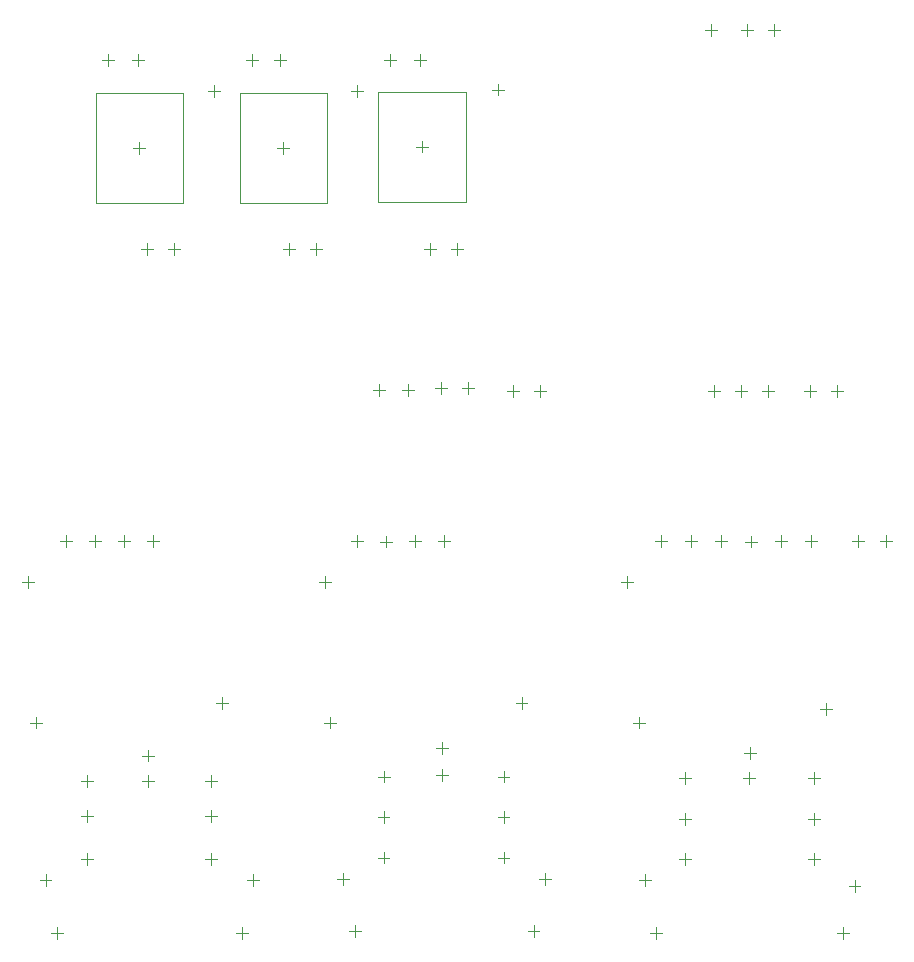
<source format=gbr>
G04 Layer_Color=32768*
%FSLAX25Y25*%
%MOIN*%
%TF.FileFunction,Other,Mechanical_15*%
%TF.Part,Single*%
G01*
G75*
%TA.AperFunction,NonConductor*%
%ADD67C,0.00394*%
%ADD68C,0.00197*%
D67*
X46500Y295031D02*
Y298969D01*
X44532Y297000D02*
X48469D01*
X150500Y295031D02*
Y298969D01*
X148531Y297000D02*
X152469D01*
X94500Y295031D02*
Y298969D01*
X92532Y297000D02*
X96469D01*
X259500Y305031D02*
Y308968D01*
X257531Y307000D02*
X261469D01*
X157937Y65531D02*
Y69468D01*
X155968Y67500D02*
X159906D01*
X178437Y29032D02*
Y32969D01*
X176469Y31000D02*
X180405D01*
X178437Y42531D02*
Y46468D01*
X176469Y44500D02*
X180405D01*
X178437Y56032D02*
Y59969D01*
X176469Y58000D02*
X180405D01*
X190209Y24000D02*
X194146D01*
X192177Y22031D02*
Y25969D01*
X188437Y4532D02*
Y8468D01*
X186469Y6500D02*
X190405D01*
X138500Y56032D02*
Y59969D01*
X136531Y58000D02*
X140469D01*
X138437Y42531D02*
Y46468D01*
X136469Y44500D02*
X140405D01*
X138437Y29032D02*
Y32969D01*
X136469Y31000D02*
X140405D01*
X122968Y24000D02*
X126906D01*
X124937Y22031D02*
Y25969D01*
X128937Y4532D02*
Y8468D01*
X126969Y6500D02*
X130905D01*
X184437Y80532D02*
Y84469D01*
X182468Y82500D02*
X186406D01*
X155968Y58500D02*
X159906D01*
X157937Y56532D02*
Y60469D01*
X119000Y121031D02*
Y124969D01*
X117032Y123000D02*
X120968D01*
X58031Y56500D02*
X61968D01*
X60000Y54532D02*
Y58469D01*
X84500Y80532D02*
Y84469D01*
X82531Y82500D02*
X86468D01*
X286000Y78531D02*
Y82468D01*
X284032Y80500D02*
X287968D01*
X258390Y57554D02*
X262327D01*
X260359Y55585D02*
Y59522D01*
X260500Y64031D02*
Y67968D01*
X258531Y66000D02*
X262469D01*
X291500Y4031D02*
Y7969D01*
X289531Y6000D02*
X293468D01*
Y21500D02*
X297406D01*
X295437Y19532D02*
Y23469D01*
X282000Y28532D02*
Y32469D01*
X280031Y30500D02*
X283968D01*
X282000Y42031D02*
Y45968D01*
X280031Y44000D02*
X283968D01*
X282000Y55532D02*
Y59469D01*
X280031Y57500D02*
X283968D01*
X229240Y4031D02*
Y7969D01*
X227272Y6000D02*
X231209D01*
X223532Y23500D02*
X227468D01*
X225500Y21531D02*
Y25469D01*
X239000Y28532D02*
Y32469D01*
X237032Y30500D02*
X240968D01*
X239000Y42031D02*
Y45968D01*
X237032Y44000D02*
X240968D01*
X239000Y55532D02*
Y59469D01*
X237032Y57500D02*
X240968D01*
X20000Y121031D02*
Y124969D01*
X18032Y123000D02*
X21969D01*
X102032Y297000D02*
X105968D01*
X104000Y295031D02*
Y298969D01*
X138531Y297000D02*
X142469D01*
X140500Y295031D02*
Y298969D01*
X120500Y74032D02*
Y77969D01*
X118532Y76000D02*
X122468D01*
X223500Y74032D02*
Y77969D01*
X221532Y76000D02*
X225468D01*
X30531Y136500D02*
X34468D01*
X32500Y134531D02*
Y138469D01*
X146865Y136500D02*
X150802D01*
X148833Y134531D02*
Y138469D01*
X156532Y136500D02*
X160468D01*
X158500Y134531D02*
Y138469D01*
X139221Y134390D02*
Y138327D01*
X137252Y136359D02*
X141189D01*
X127532Y136500D02*
X131468D01*
X129500Y134531D02*
Y138469D01*
X176500Y285032D02*
Y288968D01*
X174531Y287000D02*
X178469D01*
X29486Y4031D02*
Y7969D01*
X27518Y6000D02*
X31455D01*
X23777Y23500D02*
X27715D01*
X25746Y21531D02*
Y25469D01*
X91246Y4031D02*
Y7969D01*
X89278Y6000D02*
X93215D01*
X93018Y23500D02*
X96955D01*
X94986Y21531D02*
Y25469D01*
X81000Y28532D02*
Y32469D01*
X79031Y30500D02*
X82968D01*
X39500Y28532D02*
Y32469D01*
X37532Y30500D02*
X41469D01*
X39500Y42925D02*
Y46862D01*
X37532Y44893D02*
X41469D01*
X39500Y54638D02*
Y58575D01*
X37532Y56607D02*
X41469D01*
X81000Y42925D02*
Y46862D01*
X79031Y44893D02*
X82968D01*
X81000Y54638D02*
Y58575D01*
X79031Y56607D02*
X82968D01*
X22500Y74032D02*
Y77969D01*
X20531Y76000D02*
X24468D01*
X60000Y63032D02*
Y66969D01*
X58031Y65000D02*
X61968D01*
X42221Y134673D02*
Y138610D01*
X40252Y136641D02*
X44189D01*
X49865Y136500D02*
X53802D01*
X51833Y134531D02*
Y138469D01*
X59531Y136500D02*
X63468D01*
X61500Y134531D02*
Y138469D01*
X219500Y121031D02*
Y124969D01*
X217531Y123000D02*
X221468D01*
X229031Y136500D02*
X232968D01*
X231000Y134531D02*
Y138469D01*
X239014Y136500D02*
X242951D01*
X240982Y134531D02*
Y138469D01*
X248995Y136500D02*
X252933D01*
X250964Y134531D02*
Y138469D01*
X261000Y134390D02*
Y138327D01*
X259032Y136359D02*
X262968D01*
X269032Y136500D02*
X272969D01*
X271000Y134531D02*
Y138469D01*
X279031Y136500D02*
X282968D01*
X281000Y134531D02*
Y138469D01*
X294531Y136500D02*
X298468D01*
X296500Y134531D02*
Y138469D01*
X304031Y136500D02*
X307968D01*
X306000Y134531D02*
Y138469D01*
X289500Y184531D02*
Y188469D01*
X287531Y186500D02*
X291469D01*
X280500Y184531D02*
Y188469D01*
X278532Y186500D02*
X282469D01*
X266500Y184468D02*
Y188406D01*
X264531Y186437D02*
X268468D01*
X257500Y184531D02*
Y188469D01*
X255532Y186500D02*
X259469D01*
X248500Y184531D02*
Y188469D01*
X246532Y186500D02*
X250468D01*
X190500Y184531D02*
Y188469D01*
X188531Y186500D02*
X192469D01*
X181500Y184531D02*
Y188469D01*
X179532Y186500D02*
X183468D01*
X166500Y185531D02*
Y189469D01*
X164532Y187500D02*
X168468D01*
X157500Y185531D02*
Y189469D01*
X155532Y187500D02*
X159468D01*
X146500Y185031D02*
Y188969D01*
X144532Y187000D02*
X148468D01*
X137000Y185031D02*
Y188969D01*
X135031Y187000D02*
X138969D01*
X59500Y232031D02*
Y235968D01*
X57531Y234000D02*
X61468D01*
X68500Y232031D02*
Y235968D01*
X66531Y234000D02*
X70468D01*
X107000Y232031D02*
Y235968D01*
X105032Y234000D02*
X108968D01*
X116000Y232031D02*
Y235968D01*
X114032Y234000D02*
X117968D01*
X154000Y232031D02*
Y235968D01*
X152032Y234000D02*
X155968D01*
X163000Y232031D02*
Y235968D01*
X161031Y234000D02*
X164969D01*
X149303Y268000D02*
X153240D01*
X151272Y266032D02*
Y269969D01*
X103032Y267500D02*
X106968D01*
X105000Y265531D02*
Y269468D01*
X55032Y267500D02*
X58969D01*
X57000Y265531D02*
Y269468D01*
X54532Y297000D02*
X58469D01*
X56500Y295031D02*
Y298969D01*
X82000Y284531D02*
Y288469D01*
X80032Y286500D02*
X83969D01*
X129500Y284531D02*
Y288469D01*
X127532Y286500D02*
X131468D01*
X247500Y305031D02*
Y308968D01*
X245532Y307000D02*
X249468D01*
X268500Y305031D02*
Y308968D01*
X266531Y307000D02*
X270468D01*
D68*
X136705Y249693D02*
Y286307D01*
X165839Y249693D02*
Y286307D01*
X136705D02*
X165839D01*
X136705Y249693D02*
X165839D01*
X90433Y249193D02*
Y285807D01*
X119567Y249193D02*
Y285807D01*
X90433D02*
X119567D01*
X90433Y249193D02*
X119567D01*
X42433D02*
Y285807D01*
X71567Y249193D02*
Y285807D01*
X42433D02*
X71567D01*
X42433Y249193D02*
X71567D01*
%TF.MD5,f48e6cb550e409b160b9aab9fcc8985b*%
M02*

</source>
